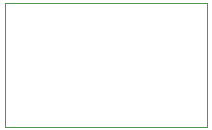
<source format=gko>
G75*
%MOIN*%
%OFA0B0*%
%FSLAX25Y25*%
%IPPOS*%
%LPD*%
%AMOC8*
5,1,8,0,0,1.08239X$1,22.5*
%
%ADD10C,0.00000*%
D10*
X0004000Y0002750D02*
X0004000Y0044000D01*
X0071421Y0044000D01*
X0071421Y0002750D01*
X0004000Y0002750D01*
M02*

</source>
